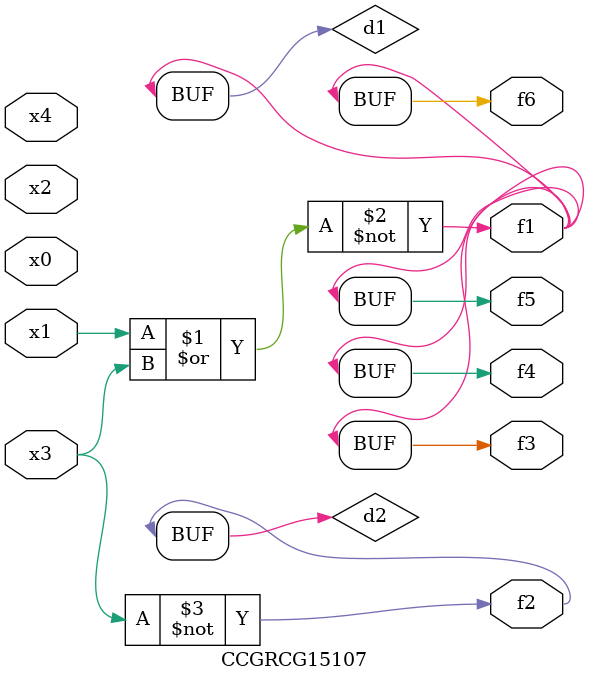
<source format=v>
module CCGRCG15107(
	input x0, x1, x2, x3, x4,
	output f1, f2, f3, f4, f5, f6
);

	wire d1, d2;

	nor (d1, x1, x3);
	not (d2, x3);
	assign f1 = d1;
	assign f2 = d2;
	assign f3 = d1;
	assign f4 = d1;
	assign f5 = d1;
	assign f6 = d1;
endmodule

</source>
